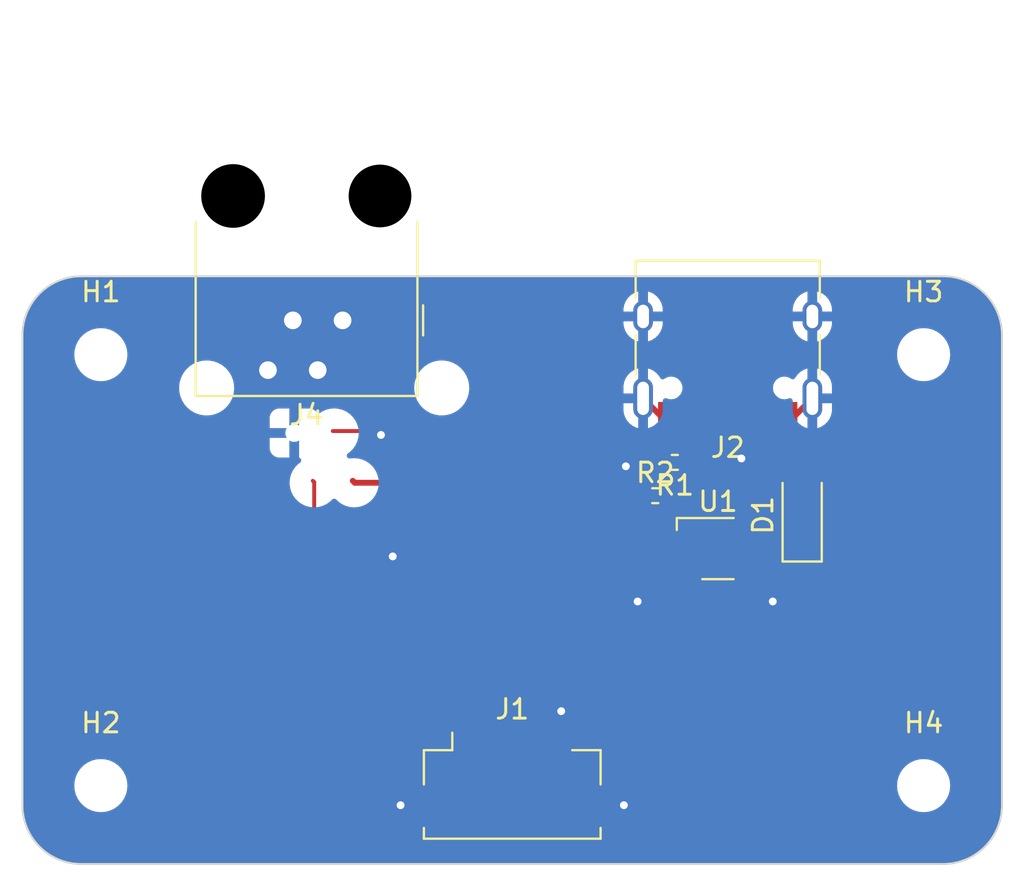
<source format=kicad_pcb>
(kicad_pcb (version 20221018) (generator pcbnew)
  (layers (0 "F.Cu" signal) (31 "B.Cu" signal) (34 "B.Paste" user) (35 "F.Paste" user) (36 "B.SilkS" user "B.Silkscreen") (37 "F.SilkS" user "F.Silkscreen") (38 "B.Mask" user) (39 "F.Mask" user) (44 "Edge.Cuts" user))
  (net 0 "")
  (net 1 "+5V")
  (net 2 "VBUS")
  (net 3 "/USB_D-")
  (net 4 "/USB_D+")
  (net 5 "/SPLIT_TX")
  (net 6 "/SPLIT_RX")
  (net 7 "GND")
  (net 8 "Net-(J2-CC1)")
  (net 10 "Net-(J2-CC2)")
  (footprint "Connector_USB:USB_C_Receptacle_HRO_TYPE-C-31-M-12" (layer "F.Cu") (at 136 63.1 180)
    (fp_text reference "J2" (at 0 -5.645) (layer "F.SilkS"))
    (fp_text value "USB_C_Receptacle_USB2.0_16P")
    (fp_line (start -4.7 -1.9) (end -4.7 0.1) (stroke (width 0.12)) (layer "F.SilkS"))
    (fp_line (start -4.7 2) (end -4.7 3.9) (stroke (width 0.12)) (layer "F.SilkS"))
    (fp_line (start -4.7 3.9) (end 4.7 3.9) (stroke (width 0.12)) (layer "F.SilkS"))
    (fp_line (start 4.7 -1.9) (end 4.7 0.1) (stroke (width 0.12)) (layer "F.SilkS"))
    (fp_line (start 4.7 2) (end 4.7 3.9) (stroke (width 0.12)) (layer "F.SilkS"))
    (pad "" np_thru_hole circle (at -2.89 -2.6 180) (size 0.65 0.65) (drill 0.65) (layers "*.Cu" "*.Mask"))
    (pad "" np_thru_hole circle (at 2.89 -2.6 180) (size 0.65 0.65) (drill 0.65) (layers "*.Cu" "*.Mask"))
    (pad "A1" smd rect (at -3.25 -4.045 180) (size 0.6 1.45) (layers "F.Cu" "F.Paste" "F.Mask") (net 7 "GND"))
    (pad "A4" smd rect (at -2.45 -4.045 180) (size 0.6 1.45) (layers "F.Cu" "F.Paste" "F.Mask") (net 2 "VBUS"))
    (pad "A5" smd rect (at -1.25 -4.045 180) (size 0.3 1.45) (layers "F.Cu" "F.Paste" "F.Mask") (net 8 "Net-(J2-CC1)"))
    (pad "A6" smd rect (at -0.25 -4.045 180) (size 0.3 1.45) (layers "F.Cu" "F.Paste" "F.Mask") (net 4 "/USB_D+"))
    (pad "A7" smd rect (at 0.25 -4.045 180) (size 0.3 1.45) (layers "F.Cu" "F.Paste" "F.Mask") (net 3 "/USB_D-"))
    (pad "A8" smd rect (at 1.25 -4.045 180) (size 0.3 1.45) (layers "F.Cu" "F.Paste" "F.Mask"))
    (pad "A9" smd rect (at 2.45 -4.045 180) (size 0.6 1.45) (layers "F.Cu" "F.Paste" "F.Mask") (net 2 "VBUS"))
    (pad "A12" smd rect (at 3.25 -4.045 180) (size 0.6 1.45) (layers "F.Cu" "F.Paste" "F.Mask") (net 7 "GND"))
    (pad "B1" smd rect (at 3.25 -4.045 180) (size 0.6 1.45) (layers "F.Cu" "F.Paste" "F.Mask") (net 7 "GND"))
    (pad "B4" smd rect (at 2.45 -4.045 180) (size 0.6 1.45) (layers "F.Cu" "F.Paste" "F.Mask") (net 2 "VBUS"))
    (pad "B5" smd rect (at 1.75 -4.045 180) (size 0.3 1.45) (layers "F.Cu" "F.Paste" "F.Mask") (net 10 "Net-(J2-CC2)"))
    (pad "B6" smd rect (at 0.75 -4.045 180) (size 0.3 1.45) (layers "F.Cu" "F.Paste" "F.Mask") (net 4 "/USB_D+"))
    (pad "B7" smd rect (at -0.75 -4.045 180) (size 0.3 1.45) (layers "F.Cu" "F.Paste" "F.Mask") (net 3 "/USB_D-"))
    (pad "B8" smd rect (at -1.75 -4.045 180) (size 0.3 1.45) (layers "F.Cu" "F.Paste" "F.Mask"))
    (pad "B9" smd rect (at -2.45 -4.045 180) (size 0.6 1.45) (layers "F.Cu" "F.Paste" "F.Mask") (net 2 "VBUS"))
    (pad "B12" smd rect (at -3.25 -4.045 180) (size 0.6 1.45) (layers "F.Cu" "F.Paste" "F.Mask") (net 7 "GND"))
    (pad "S1" thru_hole oval (at -4.32 -3.13 180) (size 1 2.1) (drill oval 0.6 1.7) (layers "*.Cu" "*.Mask") (net 7 "GND"))
    (pad "S1" thru_hole oval (at -4.32 1.05 180) (size 1 1.6) (drill oval 0.6 1.2) (layers "*.Cu" "*.Mask") (net 7 "GND"))
    (pad "S1" thru_hole oval (at 4.32 -3.13 180) (size 1 2.1) (drill oval 0.6 1.7) (layers "*.Cu" "*.Mask") (net 7 "GND"))
    (pad "S1" thru_hole oval (at 4.32 1.05 180) (size 1 1.6) (drill oval 0.6 1.2) (layers "*.Cu" "*.Mask") (net 7 "GND"))
  )
  (footprint "MountingHole:MountingHole_2.2mm_M2" (layer "F.Cu") (at 146 64)
    (fp_text reference "H3" (at 0 -3.2) (layer "F.SilkS"))
    (fp_text value "MountingHole")
    (pad "" np_thru_hole circle (at 0 0) (size 2.2 2.2) (drill 2.2) (layers "*.Cu" "*.Mask"))
  )
  (footprint "MountingHole:MountingHole_2.2mm_M2" (layer "F.Cu") (at 104 86)
    (fp_text reference "H2" (at 0 -3.2) (layer "F.SilkS"))
    (fp_text value "MountingHole")
    (pad "" np_thru_hole circle (at 0 0) (size 2.2 2.2) (drill 2.2) (layers "*.Cu" "*.Mask"))
  )
  (footprint "Connector_RJ:RJ9_Evercom_5301-440xxx_Horizontal" (layer "F.Cu") (at 116.34 62.25 180)
    (fp_text reference "J4" (at 1.84 -4.826) (layer "F.SilkS"))
    (fp_text value "4P4C_Shielded")
    (fp_line (start -4.11 0.765) (end -4.11 -0.765) (stroke (width 0.12)) (layer "F.SilkS"))
    (fp_line (start -3.82 -3.86) (end 7.5 -3.86) (stroke (width 0.12)) (layer "F.SilkS"))
    (fp_line (start -3.82 5.05) (end -3.82 -3.86) (stroke (width 0.12)) (layer "F.SilkS"))
    (fp_line (start 7.5 -3.86) (end 7.5 5.05) (stroke (width 0.12)) (layer "F.SilkS"))
    (pad "" np_thru_hole circle (at -1.91 6.35 180) (size 3.25 3.25) (drill 3.2) (layers "*.Mask"))
    (pad "" np_thru_hole circle (at 5.59 6.35 180) (size 3.25 3.25) (drill 3.25) (layers "*.Mask"))
    (pad "1" thru_hole roundrect (at 0 0 180) (size 1.8 1.8) (drill 0.9) (layers "*.Cu" "*.Mask") (roundrect_rratio 0.1388888889) (net 7 "GND"))
    (pad "2" thru_hole circle (at 1.27 -2.54 180) (size 1.8 1.8) (drill 0.9) (layers "*.Cu" "*.Mask") (net 6 "/SPLIT_RX"))
    (pad "3" thru_hole circle (at 2.54 0 180) (size 1.8 1.8) (drill 0.9) (layers "*.Cu" "*.Mask") (net 5 "/SPLIT_TX"))
    (pad "4" thru_hole circle (at 3.81 -2.54 180) (size 1.8 1.8) (drill 0.9) (layers "*.Cu" "*.Mask") (net 1 "+5V"))
  )
  (footprint "PCM_marbastlib-various:SOT-23-6-routable" (layer "F.Cu") (at 135.5 73.9)
    (fp_text reference "U1" (at 0 -2.4) (layer "F.SilkS"))
    (fp_text value "SRV05-4")
    (fp_line (start -2.1 -1.56) (end 0.8 -1.56) (stroke (width 0.12)) (layer "F.SilkS"))
    (fp_line (start -2.1 -0.95) (end -2.1 -1.56) (stroke (width 0.12)) (layer "F.SilkS"))
    (fp_line (start 0 1.56) (end -0.8 1.56) (stroke (width 0.12)) (layer "F.SilkS"))
    (fp_line (start 0 1.56) (end 0.8 1.56) (stroke (width 0.12)) (layer "F.SilkS"))
    (pad "1" smd roundrect (at -1.175 -0.95) (size 1.25 0.6) (layers "F.Cu" "F.Paste" "F.Mask") (net 4 "/USB_D+"))
    (pad "2" smd roundrect (at -1.175 0) (size 1.25 0.6) (layers "F.Cu" "F.Paste" "F.Mask") (net 7 "GND"))
    (pad "3" smd roundrect (at -1.175 0.95) (size 1.25 0.6) (layers "F.Cu" "F.Paste" "F.Mask"))
    (pad "4" smd roundrect (at 1.175 0.95) (size 1.25 0.6) (layers "F.Cu" "F.Paste" "F.Mask"))
    (pad "5" smd roundrect (at 1.175 0) (size 1.25 0.6) (layers "F.Cu" "F.Paste" "F.Mask") (net 1 "+5V"))
    (pad "6" smd roundrect (at 1.175 -0.95) (size 1.25 0.6) (layers "F.Cu" "F.Paste" "F.Mask") (net 3 "/USB_D-"))
  )
  (footprint "Diode_SMD:D_SOD-123" (layer "F.Cu") (at 139.8 72.2 90)
    (fp_text reference "D1" (at 0 -2 90) (layer "F.SilkS"))
    (fp_text value "D_Schottky")
    (fp_line (start -2.36 -1) (end -2.36 1) (stroke (width 0.12)) (layer "F.SilkS"))
    (fp_line (start -2.36 -1) (end 1.65 -1) (stroke (width 0.12)) (layer "F.SilkS"))
    (fp_line (start -2.36 1) (end 1.65 1) (stroke (width 0.12)) (layer "F.SilkS"))
    (pad "1" smd roundrect (at -1.65 0 90) (size 0.9 1.2) (layers "F.Cu" "F.Paste" "F.Mask") (net 1 "+5V"))
    (pad "2" smd roundrect (at 1.65 0 90) (size 0.9 1.2) (layers "F.Cu" "F.Paste" "F.Mask") (net 2 "VBUS"))
  )
  (footprint "MountingHole:MountingHole_2.2mm_M2" (layer "F.Cu") (at 104 64)
    (fp_text reference "H1" (at 0 -3.2) (layer "F.SilkS"))
    (fp_text value "MountingHole")
    (pad "" np_thru_hole circle (at 0 0) (size 2.2 2.2) (drill 2.2) (layers "F&B.Cu" "*.Mask"))
  )
  (footprint "Resistor_SMD:R_0402_1005Metric" (layer "F.Cu") (at 133.3 69.5 180)
    (fp_text reference "R1" (at 0 -1.17) (layer "F.SilkS"))
    (fp_text value "5.1k")
    (fp_line (start -0.153641 -0.38) (end 0.153641 -0.38) (stroke (width 0.12)) (layer "F.SilkS"))
    (fp_line (start -0.153641 0.38) (end 0.153641 0.38) (stroke (width 0.12)) (layer "F.SilkS"))
    (pad "1" smd roundrect (at -0.51 0 180) (size 0.54 0.64) (layers "F.Cu" "F.Paste" "F.Mask") (net 10 "Net-(J2-CC2)"))
    (pad "2" smd roundrect (at 0.51 0 180) (size 0.54 0.64) (layers "F.Cu" "F.Paste" "F.Mask") (net 7 "GND"))
  )
  (footprint "Resistor_SMD:R_0402_1005Metric" (layer "F.Cu") (at 132.3 71.2)
    (fp_text reference "R2" (at 0 -1.17) (layer "F.SilkS"))
    (fp_text value "5.1k")
    (fp_line (start -0.153641 -0.38) (end 0.153641 -0.38) (stroke (width 0.12)) (layer "F.SilkS"))
    (fp_line (start -0.153641 0.38) (end 0.153641 0.38) (stroke (width 0.12)) (layer "F.SilkS"))
    (pad "1" smd roundrect (at -0.51 0) (size 0.54 0.64) (layers "F.Cu" "F.Paste" "F.Mask") (net 8 "Net-(J2-CC1)"))
    (pad "2" smd roundrect (at 0.51 0) (size 0.54 0.64) (layers "F.Cu" "F.Paste" "F.Mask") (net 7 "GND"))
  )
  (footprint "MountingHole:MountingHole_2.2mm_M2" (layer "F.Cu") (at 146 86)
    (fp_text reference "H4" (at 0 -3.2) (layer "F.SilkS"))
    (fp_text value "MountingHole")
    (pad "" np_thru_hole circle (at 0 0) (size 2.2 2.2) (drill 2.2) (layers "*.Cu" "*.Mask"))
  )
  (footprint "Connector_JST:JST_SHL_SM06B-SHLS-TF_1x06-1MP_P1.00mm_Horizontal" (layer "F.Cu") (at 125 85.6)
    (fp_text reference "J1" (at 0 -3.5) (layer "F.SilkS"))
    (fp_text value "Conn_01x06_MountingPin")
    (fp_line (start -4.51 -1.41) (end -3.06 -1.41) (stroke (width 0.12)) (layer "F.SilkS"))
    (fp_line (start -4.51 0.34) (end -4.51 -1.41) (stroke (width 0.12)) (layer "F.SilkS"))
    (fp_line (start -4.51 2.56) (end -4.51 3.11) (stroke (width 0.12)) (layer "F.SilkS"))
    (fp_line (start -4.51 3.11) (end 4.51 3.11) (stroke (width 0.12)) (layer "F.SilkS"))
    (fp_line (start -3.06 -1.41) (end -3.06 -2.3) (stroke (width 0.12)) (layer "F.SilkS"))
    (fp_line (start 4.51 -1.41) (end 3.06 -1.41) (stroke (width 0.12)) (layer "F.SilkS"))
    (fp_line (start 4.51 0.34) (end 4.51 -1.41) (stroke (width 0.12)) (layer "F.SilkS"))
    (fp_line (start 4.51 3.11) (end 4.51 2.56) (stroke (width 0.12)) (layer "F.SilkS"))
    (pad "1" smd roundrect (at -2.5 -1.675) (size 0.6 1.25) (layers "F.Cu" "F.Paste" "F.Mask") (net 1 "+5V"))
    (pad "2" smd roundrect (at -1.5 -1.675) (size 0.6 1.25) (layers "F.Cu" "F.Paste" "F.Mask") (net 4 "/USB_D+"))
    (pad "3" smd roundrect (at -0.5 -1.675) (size 0.6 1.25) (layers "F.Cu" "F.Paste" "F.Mask") (net 3 "/USB_D-"))
    (pad "4" smd roundrect (at 0.5 -1.675) (size 0.6 1.25) (layers "F.Cu" "F.Paste" "F.Mask") (net 5 "/SPLIT_TX"))
    (pad "5" smd roundrect (at 1.5 -1.675) (size 0.6 1.25) (layers "F.Cu" "F.Paste" "F.Mask") (net 6 "/SPLIT_RX"))
    (pad "6" smd roundrect (at 2.5 -1.675) (size 0.6 1.25) (layers "F.Cu" "F.Paste" "F.Mask") (net 7 "GND"))
    (pad "MP" smd roundrect (at -3.95 1.45) (size 0.9 1.7) (layers "F.Cu" "F.Paste" "F.Mask") (net 7 "GND"))
    (pad "MP" smd roundrect (at 3.95 1.45) (size 0.9 1.7) (layers "F.Cu" "F.Paste" "F.Mask") (net 7 "GND"))
  )
  (gr_line (start 147 90) (end 103 90) (stroke (width 0.1)) (layer "Edge.Cuts"))
  (gr_line (start 103 60) (end 147 60) (stroke (width 0.1)) (layer "Edge.Cuts"))
  (gr_arc (start 150 87) (mid 149.12132 89.12132) (end 147 90) (stroke (width 0.1)) (layer "Edge.Cuts"))
  (gr_arc (start 100 63) (mid 100.87868 60.87868) (end 103 60) (stroke (width 0.1)) (layer "Edge.Cuts"))
  (gr_line (start 150 63) (end 150 87) (stroke (width 0.1)) (layer "Edge.Cuts"))
  (gr_arc (start 103 90) (mid 100.87868 89.12132) (end 100 87) (stroke (width 0.1)) (layer "Edge.Cuts"))
  (gr_line (start 100 87) (end 100 63) (stroke (width 0.1)) (layer "Edge.Cuts"))
  (gr_arc (start 147 60) (mid 149.12132 60.87868) (end 150 63) (stroke (width 0.1)) (layer "Edge.Cuts"))
  (segment (start 138.3 76.6) (end 139.8 75.1) (width 0.3) (layer "F.Cu") (net 1))
  (segment (start 116.86 70.44) (end 116.96 70.54) (width 0.3) (layer "F.Cu") (net 1))
  (segment (start 122.45 73.05) (end 126 76.6) (width 0.3) (layer "F.Cu") (net 1))
  (segment (start 122.5 83.925) (end 122.5 80.1) (width 0.3) (layer "F.Cu") (net 1))
  (segment (start 139.8 73.85) (end 139.75 73.9) (width 0.3) (layer "F.Cu") (net 1))
  (segment (start 139.75 73.9) (end 136.675 73.9) (width 0.3) (layer "F.Cu") (net 1))
  (segment (start 139.8 75.1) (end 139.8 73.85) (width 0.3) (layer "F.Cu") (net 1))
  (segment (start 122.5 80.1) (end 122.5 73.1) (width 0.3) (layer "F.Cu") (net 1))
  (segment (start 122.5 80.1) (end 126 76.6) (width 0.3) (layer "F.Cu") (net 1))
  (segment (start 119.94 70.54) (end 122.45 73.05) (width 0.3) (layer "F.Cu") (net 1))
  (segment (start 122.5 73.1) (end 122.45 73.05) (width 0.3) (layer "F.Cu") (net 1))
  (segment (start 116.96 70.54) (end 119.94 70.54) (width 0.3) (layer "F.Cu") (net 1))
  (segment (start 126 76.6) (end 131.4 76.6) (width 0.3) (layer "F.Cu") (net 1))
  (via (at 131.4 76.6) (size 0.8) (drill 0.4) (layers "F.Cu" "B.Cu") (net 1))
  (via (at 138.3 76.6) (size 0.8) (drill 0.4) (layers "F.Cu" "B.Cu") (net 1))
  (segment (start 131.4 76.6) (end 138.3 76.6) (width 0.3) (layer "B.Cu") (net 1))
  (segment (start 138.45 69.2) (end 139.8 70.55) (width 0.3) (layer "F.Cu") (net 2))
  (segment (start 137.264695 65.1) (end 138.45 66.285305) (width 0.3) (layer "F.Cu") (net 2))
  (segment (start 138.45 67.145) (end 138.45 69.2) (width 0.3) (layer "F.Cu") (net 2))
  (segment (start 133.55 67.145) (end 133.55 66.285305) (width 0.3) (layer "F.Cu") (net 2))
  (segment (start 134.735305 65.1) (end 137.264695 65.1) (width 0.3) (layer "F.Cu") (net 2))
  (segment (start 133.55 66.285305) (end 134.735305 65.1) (width 0.3) (layer "F.Cu") (net 2))
  (segment (start 138.45 66.285305) (end 138.45 67.145) (width 0.3) (layer "F.Cu") (net 2))
  (segment (start 135.75 72.95) (end 135.75 75.45) (width 0.2) (layer "F.Cu") (net 3))
  (segment (start 136.75 67.145) (end 136.75 68.12) (width 0.2) (layer "F.Cu") (net 3))
  (segment (start 136.05 68.4) (end 135.75 68.1) (width 0.2) (layer "F.Cu") (net 3))
  (segment (start 136.75 68.12) (end 136.47 68.4) (width 0.2) (layer "F.Cu") (net 3))
  (segment (start 135.75 68.1) (end 135.75 67.145) (width 0.2) (layer "F.Cu") (net 3))
  (segment (start 136.05 68.4) (end 135.75 68.7) (width 0.2) (layer "F.Cu") (net 3))
  (segment (start 136.47 68.4) (end 136.05 68.4) (width 0.2) (layer "F.Cu") (net 3))
  (segment (start 132.2 79) (end 126.9 79) (width 0.2) (layer "F.Cu") (net 3))
  (segment (start 126.9 79) (end 124.5 81.4) (width 0.2) (layer "F.Cu") (net 3))
  (segment (start 135.75 75.45) (end 132.2 79) (width 0.2) (layer "F.Cu") (net 3))
  (segment (start 124.5 81.4) (end 124.5 83.925) (width 0.2) (layer "F.Cu") (net 3))
  (segment (start 135.75 68.7) (end 135.75 72.95) (width 0.2) (layer "F.Cu") (net 3))
  (segment (start 135.75 67.145) (end 135.75 68.7) (width 0.2) (layer "F.Cu") (net 3))
  (segment (start 135.75 72.95) (end 136.675 72.95) (width 0.2) (layer "F.Cu") (net 3))
  (segment (start 135.25 66.17) (end 135.52 65.9) (width 0.2) (layer "F.Cu") (net 4))
  (segment (start 135.52 65.9) (end 136 65.9) (width 0.2) (layer "F.Cu") (net 4))
  (segment (start 135.25 67.145) (end 135.25 72.95) (width 0.2) (layer "F.Cu") (net 4))
  (segment (start 136 65.9) (end 136.25 66.15) (width 0.2) (layer "F.Cu") (net 4))
  (segment (start 135.25 75.190552) (end 131.940552 78.5) (width 0.2) (layer "F.Cu") (net 4))
  (segment (start 126.6 78.5) (end 123.5 81.6) (width 0.2) (layer "F.Cu") (net 4))
  (segment (start 135.25 67.145) (end 135.25 66.17) (width 0.2) (layer "F.Cu") (net 4))
  (segment (start 131.940552 78.5) (end 126.6 78.5) (width 0.2) (layer "F.Cu") (net 4))
  (segment (start 135.25 72.95) (end 135.25 75.190552) (width 0.2) (layer "F.Cu") (net 4))
  (segment (start 123.5 81.6) (end 123.5 83.925) (width 0.2) (layer "F.Cu") (net 4))
  (segment (start 135.25 72.95) (end 134.325 72.95) (width 0.2) (layer "F.Cu") (net 4))
  (segment (start 136.25 66.15) (end 136.25 67.145) (width 0.2) (layer "F.Cu") (net 4))
  (segment (start 118.3 68.1) (end 118.1 67.9) (width 0.2) (layer "F.Cu") (net 5))
  (segment (start 125.049999 85) (end 120.1 85) (width 0.2) (layer "F.Cu") (net 5))
  (segment (start 125.5 83.925) (end 125.5 84.549999) (width 0.2) (layer "F.Cu") (net 5))
  (segment (start 125.5 84.549999) (end 125.049999 85) (width 0.2) (layer "F.Cu") (net 5))
  (segment (start 118.9 83.8) (end 118.9 74.3) (width 0.2) (layer "F.Cu") (net 5))
  (segment (start 120.1 85) (end 118.9 83.8) (width 0.2) (layer "F.Cu") (net 5))
  (segment (start 118.1 67.9) (end 115.84 67.9) (width 0.2) (layer "F.Cu") (net 5))
  (via (at 118.9 74.3) (size 0.8) (drill 0.4) (layers "F.Cu" "B.Cu") (net 5))
  (via (at 118.3 68.1) (size 0.8) (drill 0.4) (layers "F.Cu" "B.Cu") (net 5))
  (segment (start 118.9 74.3) (end 118.9 68.7) (width 0.2) (layer "B.Cu") (net 5))
  (segment (start 118.9 68.7) (end 118.3 68.1) (width 0.2) (layer "B.Cu") (net 5))
  (segment (start 114.89 70.51) (end 114.82 70.44) (width 0.2) (layer "F.Cu") (net 6))
  (segment (start 126.5 83.925) (end 126.5 84.549999) (width 0.2) (layer "F.Cu") (net 6))
  (segment (start 125.349999 85.7) (end 119.9 85.7) (width 0.2) (layer "F.Cu") (net 6))
  (segment (start 114.89 80.69) (end 114.89 70.51) (width 0.2) (layer "F.Cu") (net 6))
  (segment (start 126.5 84.549999) (end 125.349999 85.7) (width 0.2) (layer "F.Cu") (net 6))
  (segment (start 119.9 85.7) (end 114.89 80.69) (width 0.2) (layer "F.Cu") (net 6))
  (segment (start 132.75 72.949999) (end 133.700001 73.9) (width 0.3) (layer "F.Cu") (net 7))
  (segment (start 130.65 87.05) (end 128.95 87.05) (width 0.3) (layer "F.Cu") (net 7))
  (segment (start 132.79 71.2) (end 132.75 71.2) (width 0.3) (layer "F.Cu") (net 7))
  (segment (start 121.05 87.05) (end 126.05 87.05) (width 0.3) (layer "F.Cu") (net 7))
  (segment (start 130.7 87) (end 130.65 87.05) (width 0.3) (layer "F.Cu") (net 7))
  (segment (start 119.35 87.05) (end 121.05 87.05) (width 0.3) (layer "F.Cu") (net 7))
  (segment (start 139.25 67.145) (end 139.405 67.145) (width 0.3) (layer "F.Cu") (net 7))
  (segment (start 132.75 69.5) (end 132.75 71.2) (width 0.3) (layer "F.Cu") (net 7))
  (segment (start 133.700001 73.9) (end 134.325 73.9) (width 0.3) (layer "F.Cu") (net 7))
  (segment (start 119.3 87) (end 119.35 87.05) (width 0.3) (layer "F.Cu") (net 7))
  (segment (start 127.5 85.6) (end 128.95 87.05) (width 0.3) (layer "F.Cu") (net 7))
  (segment (start 139.405 67.145) (end 140.32 66.23) (width 0.3) (layer "F.Cu") (net 7))
  (segment (start 132.79 69.5) (end 132.75 69.5) (width 0.3) (layer "F.Cu") (net 7))
  (segment (start 126.05 87.05) (end 127.5 85.6) (width 0.3) (layer "F.Cu") (net 7))
  (segment (start 132.75 67.145) (end 132.75 69.5) (width 0.3) (layer "F.Cu") (net 7))
  (segment (start 126.05 87.05) (end 128.95 87.05) (width 0.3) (layer "F.Cu") (net 7))
  (segment (start 132.75 71.2) (end 132.75 72.949999) (width 0.3) (layer "F.Cu") (net 7))
  (segment (start 132.595 67.145) (end 131.68 66.23) (width 0.3) (layer "F.Cu") (net 7))
  (segment (start 127.5 83.925) (end 127.5 85.6) (width 0.3) (layer "F.Cu") (net 7))
  (segment (start 127.5 83.925) (end 127.5 82.2) (width 0.3) (layer "F.Cu") (net 7))
  (segment (start 132.75 67.145) (end 132.595 67.145) (width 0.3) (layer "F.Cu") (net 7))
  (via (at 119.3 87) (size 0.8) (drill 0.4) (layers "F.Cu" "B.Cu") (net 7))
  (via (at 130.7 87) (size 0.8) (drill 0.4) (layers "F.Cu" "B.Cu") (net 7))
  (via (at 127.5 82.2) (size 0.8) (drill 0.4) (layers "F.Cu" "B.Cu") (net 7))
  (segment (start 137.25 67.145) (end 137.25 68.75) (width 0.2) (layer "F.Cu") (net 8))
  (segment (start 130.8 69.7) (end 130.8 70.8) (width 0.2) (layer "F.Cu") (net 8))
  (segment (start 137.25 68.75) (end 136.7 69.3) (width 0.2) (layer "F.Cu") (net 8))
  (segment (start 130.8 70.8) (end 131.2 71.2) (width 0.2) (layer "F.Cu") (net 8))
  (segment (start 131.2 71.2) (end 131.79 71.2) (width 0.2) (layer "F.Cu") (net 8))
  (via (at 130.8 69.7) (size 0.8) (drill 0.4) (layers "F.Cu" "B.Cu") (net 8))
  (via (at 136.7 69.3) (size 0.8) (drill 0.4) (layers "F.Cu" "B.Cu") (net 8))
  (segment (start 131.2 69.3) (end 130.8 69.7) (width 0.2) (layer "B.Cu") (net 8))
  (segment (start 136.7 69.3) (end 131.2 69.3) (width 0.2) (layer "B.Cu") (net 8))
  (segment (start 134.25 67.145) (end 134.25 69.06) (width 0.2) (layer "F.Cu") (net 10))
  (segment (start 134.25 69.06) (end 133.81 69.5) (width 0.2) (layer "F.Cu") (net 10))
  (zone (net 7) (net_name "GND") (layer "B.Cu") (connect_pads (clearance 0.5)) (min_thickness 0.3) (fill yes (thermal_gap 0.5) (thermal_bridge_width 0.5))
    (polygon (pts (xy 100 60) (xy 100 90) (xy 150 90) (xy 150 60)))
  )
)
</source>
